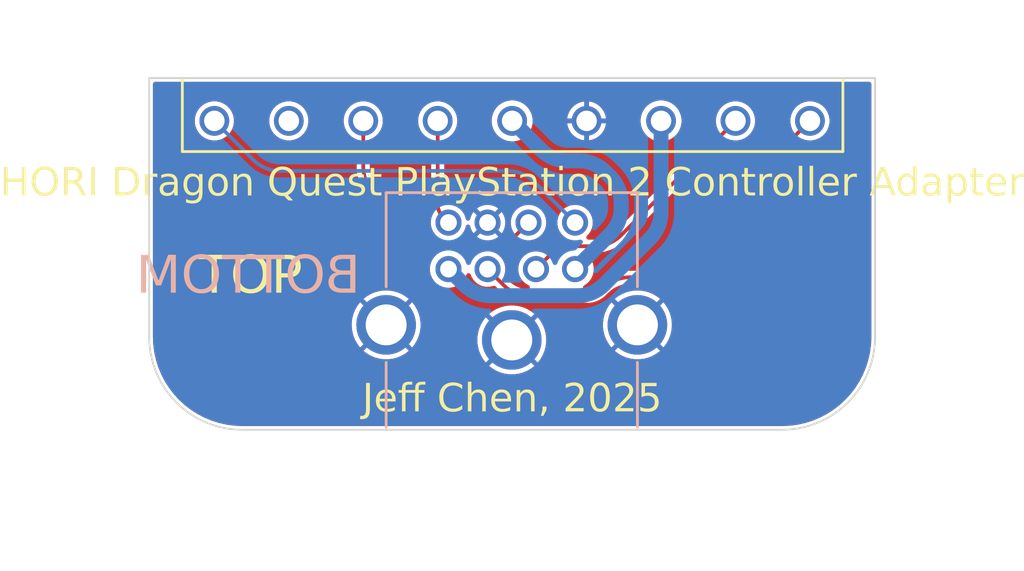
<source format=kicad_pcb>
(kicad_pcb (version 20241229) (generator "pcbnew") (generator_version "9.0")
  (title_block (title "Hori PS2 DQ Controller Mini DIN to PlayStation Plug Adapter") (date "2026-02-06") (rev "1.0") (company "Jeff Chen"))
  (layers (0 "F.Cu" signal) (2 "B.Cu" signal) (13 "F.Paste" user) (15 "B.Paste" user) (5 "F.SilkS" user "F.Silkscreen") (7 "B.SilkS" user "B.Silkscreen") (1 "F.Mask" user) (3 "B.Mask" user) (25 "Edge.Cuts" user))
  (net 0 "")
  (net 1 "GND")
  (net 3 "/Vcc")
  (net 4 "/ATT")
  (net 5 "/ACK")
  (net 6 "/DAT")
  (net 7 "/CMD")
  (net 8 "/7V6")
  (net 9 "/CLK")
  (footprint "DQ PS2 Controller Adapter:PSXController" (layer "F.Cu") (at 134.67 89.28)
    (property "Reference" "P1" (hide yes))
    (property "Value" "PSXConnector")
    (fp_line (start -1.72 -1.57) (end -1.72 2.3) (stroke (width 0.15)) (layer "F.SilkS"))
    (fp_line (start -1.72 2.3) (end 33.77 2.3) (stroke (width 0.15)) (layer "F.SilkS"))
    (fp_line (start 33.77 2.3) (end 33.77 -1.57) (stroke (width 0.15)) (layer "F.SilkS"))
    (pad "1" thru_hole oval (at 32 0.65) (size 1.6 1.6) (drill oval 1.1) (layers "*.Cu" "*.Mask") (net 6 "/DAT"))
    (pad "2" thru_hole oval (at 28 0.65) (size 1.6 1.6) (drill oval 1.1) (layers "*.Cu" "*.Mask") (net 7 "/CMD"))
    (pad "3" thru_hole oval (at 24 0.65) (size 1.6 1.6) (drill oval 1.1) (layers "*.Cu" "*.Mask") (net 8 "/7V6"))
    (pad "4" thru_hole oval (at 20 0.65) (size 1.6 1.6) (drill oval 1.1) (layers "*.Cu" "*.Mask") (net 1 "GND"))
    (pad "5" thru_hole oval (at 16 0.65) (size 1.6 1.6) (drill oval 1.1) (layers "*.Cu" "*.Mask") (net 3 "/Vcc"))
    (pad "6" thru_hole oval (at 12 0.65) (size 1.6 1.6) (drill oval 1.1) (layers "*.Cu" "*.Mask") (net 4 "/ATT"))
    (pad "7" thru_hole oval (at 8 0.65) (size 1.6 1.6) (drill oval 1.1) (layers "*.Cu" "*.Mask") (net 9 "/CLK"))
    (pad "8" thru_hole oval (at 4 0.65) (size 1.6 1.6) (drill oval 1.1) (layers "*.Cu" "*.Mask"))
    (pad "9" thru_hole oval (at 0 0.65) (size 1.6 1.6) (drill oval 1.1) (layers "*.Cu" "*.Mask") (net 5 "/ACK"))
  )
  (footprint "DQ PS2 Controller Adapter:Mini DIN 8Pin THT" (layer "B.Cu") (at 150.65 106.4 180)
    (property "Reference" "J1" (hide yes))
    (property "Value" "Mini-DIN-8")
    (fp_line (start 6.75 12.61) (end 6.75 7.55) (stroke (width 0.15)) (layer "B.SilkS"))
    (fp_line (start 6.75 0) (end 6.75 3.48) (stroke (width 0.15)) (layer "B.SilkS"))
    (fp_line (start -6.75 12.61) (end -6.75 7.55) (stroke (width 0.15)) (layer "B.SilkS"))
    (fp_line (start -6.75 0) (end -6.75 3.48) (stroke (width 0.15)) (layer "B.SilkS"))
    (fp_line (start -6.84 12.61) (end 6.75 12.61) (stroke (width 0.15)) (layer "B.SilkS"))
    (pad "0" thru_hole circle (at -6.75 5.5 180) (size 3.2 3.2) (drill 2.2) (layers "*.Cu" "*.Mask") (net 1 "GND"))
    (pad "0" thru_hole circle (at 0 4.69 180) (size 3.2 3.2) (drill 2.2) (layers "*.Cu" "*.Mask") (net 1 "GND"))
    (pad "0" thru_hole circle (at 6.75 5.5 180) (size 3.2 3.2) (drill 2.2) (layers "*.Cu" "*.Mask") (net 1 "GND"))
    (pad "1" thru_hole circle (at 1.3 8.5 180) (size 1.4 1.4) (drill 0.9) (layers "*.Cu" "*.Mask") (net 6 "/DAT"))
    (pad "2" thru_hole circle (at -1.3 8.5 180) (size 1.4 1.4) (drill 0.9) (layers "*.Cu" "*.Mask") (net 7 "/CMD"))
    (pad "3" thru_hole circle (at 3.4 8.5 180) (size 1.4 1.4) (drill 0.9) (layers "*.Cu" "*.Mask") (net 8 "/7V6"))
    (pad "4" thru_hole circle (at 1.3 11 180) (size 1.4 1.4) (drill 0.9) (layers "*.Cu" "*.Mask") (net 1 "GND"))
    (pad "5" thru_hole circle (at -3.4 8.5 180) (size 1.4 1.4) (drill 0.9) (layers "*.Cu" "*.Mask") (net 3 "/Vcc"))
    (pad "6" thru_hole circle (at 3.4 11 180) (size 1.4 1.4) (drill 0.9) (layers "*.Cu" "*.Mask") (net 4 "/ATT"))
    (pad "7" thru_hole circle (at -0.9 11 180) (size 1.4 1.4) (drill 0.9) (layers "*.Cu" "*.Mask") (net 9 "/CLK"))
    (pad "8" thru_hole circle (at -3.4 11 180) (size 1.4 1.4) (drill 0.9) (layers "*.Cu" "*.Mask") (net 5 "/ACK"))
  )
  (gr_arc (start 170.17 101.539593) (mid 168.705534 105.075127) (end 165.169999 106.539593) (stroke (width 0.1)) (layer "Edge.Cuts"))
  (gr_line (start 170.17 101.539593) (end 170.17 87.63) (stroke (width 0.1)) (layer "Edge.Cuts"))
  (gr_arc (start 136.17 106.539593) (mid 132.634466 105.075127) (end 131.17 101.539593) (stroke (width 0.1)) (layer "Edge.Cuts"))
  (gr_line (start 136.17 106.539593) (end 165.169999 106.539593) (stroke (width 0.1)) (layer "Edge.Cuts"))
  (gr_line (start 131.17 87.63) (end 131.17 101.539593) (stroke (width 0.1)) (layer "Edge.Cuts"))
  (gr_line (start 170.17 87.63) (end 131.17 87.63) (stroke (width 0.1)) (layer "Edge.Cuts"))
  (gr_text "Jeff Chen, 2025" (at 150.67 104.05 0) (layer "F.SilkS") (effects (font (size 1.5 1.5) (thickness 0.152)) (justify top)))
  (gr_text "HORI Dragon Quest PlayStation 2 Controller Adapter" (at 150.67 92.44 0) (layer "F.SilkS") (effects (font (size 1.5 1.5) (thickness 0.152)) (justify top)))
  (gr_text "TOP" (at 136.61 98.34 0) (layer "F.SilkS") (effects (font (size 2 2) (thickness 0.152))))
  (gr_text "BOTTOM" (at 136.49 98.34 0) (layer "B.SilkS") (effects (font (size 2 2) (thickness 0.152)) (justify mirror)))
  (segment (start 155.944213 96.005787) (end 154.05 97.9) (width 0.8) (layer "B.Cu") (net 3))
  (segment (start 155.675787 92.665787) (end 155.944214 92.934214) (width 0.8) (layer "B.Cu") (net 3))
  (segment (start 156.53 94.348427) (end 156.53 94.591573) (width 0.8) (layer "B.Cu") (net 3))
  (segment (start 153.648427 92.08) (end 154.261573 92.08) (width 0.8) (layer "B.Cu") (net 3))
  (segment (start 150.67 89.93) (end 152.234214 91.494214) (width 0.8) (layer "B.Cu") (net 3))
  (arc (start 156.53 94.591573) (mid 156.377759 95.35694) (end 155.944213 96.005787) (width 0.8) (layer "B.Cu") (net 3))
  (arc (start 154.261573 92.08) (mid 155.02694 92.232241) (end 155.675787 92.665787) (width 0.8) (layer "B.Cu") (net 3))
  (arc (start 156.53 94.348427) (mid 156.377759 93.58306) (end 155.944214 92.934214) (width 0.8) (layer "B.Cu") (net 3))
  (arc (start 153.648427 92.08) (mid 152.88306 91.927759) (end 152.234214 91.494214) (width 0.8) (layer "B.Cu") (net 3))
  (segment (start 146.962893 95.112893) (end 147.25 95.4) (width 0.2) (layer "F.Cu") (net 4))
  (segment (start 146.67 89.93) (end 146.67 94.405786) (width 0.2) (layer "F.Cu") (net 4))
  (arc (start 146.962893 95.112893) (mid 146.74612 94.78847) (end 146.67 94.405786) (width 0.2) (layer "F.Cu") (net 4))
  (segment (start 138.188427 92.62) (end 150.441573 92.62) (width 0.2) (layer "B.Cu") (net 5))
  (segment (start 151.855787 93.205787) (end 154.05 95.4) (width 0.2) (layer "B.Cu") (net 5))
  (segment (start 134.67 89.93) (end 136.774214 92.034214) (width 0.2) (layer "B.Cu") (net 5))
  (arc (start 151.855787 93.205787) (mid 151.20694 92.772241) (end 150.441573 92.62) (width 0.2) (layer "B.Cu") (net 5))
  (arc (start 136.774214 92.034214) (mid 137.42306 92.467759) (end 138.188427 92.62) (width 0.2) (layer "B.Cu") (net 5))
  (segment (start 155.432893 99.067107) (end 155.574214 98.925786) (width 0.2) (layer "F.Cu") (net 6))
  (segment (start 151.638427 99.36) (end 154.725786 99.36) (width 0.2) (layer "F.Cu") (net 6))
  (segment (start 158.845787 97.754213) (end 166.67 89.93) (width 0.2) (layer "F.Cu") (net 6))
  (segment (start 149.35 97.9) (end 150.224214 98.774214) (width 0.2) (layer "F.Cu") (net 6))
  (segment (start 156.988427 98.34) (end 157.431573 98.34) (width 0.2) (layer "F.Cu") (net 6))
  (arc (start 156.988427 98.34) (mid 156.22306 98.492241) (end 155.574214 98.925786) (width 0.2) (layer "F.Cu") (net 6))
  (arc (start 155.432893 99.067107) (mid 155.10847 99.28388) (end 154.725786 99.36) (width 0.2) (layer "F.Cu") (net 6))
  (arc (start 150.224214 98.774214) (mid 150.87306 99.207759) (end 151.638427 99.36) (width 0.2) (layer "F.Cu") (net 6))
  (arc (start 157.431573 98.34) (mid 158.19694 98.187759) (end 158.845787 97.754213) (width 0.2) (layer "F.Cu") (net 6))
  (segment (start 155.101573 96.67) (end 154.008427 96.67) (width 0.2) (layer "F.Cu") (net 7))
  (segment (start 162.67 89.93) (end 156.515786 96.084214) (width 0.2) (layer "F.Cu") (net 7))
  (segment (start 152.594213 97.255787) (end 151.95 97.9) (width 0.2) (layer "F.Cu") (net 7))
  (arc (start 156.515786 96.084214) (mid 155.86694 96.517759) (end 155.101573 96.67) (width 0.2) (layer "F.Cu") (net 7))
  (arc (start 152.594213 97.255787) (mid 153.24306 96.822241) (end 154.008427 96.67) (width 0.2) (layer "F.Cu") (net 7))
  (segment (start 154.181573 99.33) (end 149.508427 99.33) (width 0.8) (layer "B.Cu") (net 8))
  (segment (start 148.094213 98.744213) (end 147.25 97.9) (width 0.8) (layer "B.Cu") (net 8))
  (segment (start 158.084213 96.255787) (end 155.595786 98.744214) (width 0.8) (layer "B.Cu") (net 8))
  (segment (start 158.67 89.93) (end 158.67 94.841573) (width 0.8) (layer "B.Cu") (net 8))
  (arc (start 154.181573 99.33) (mid 154.94694 99.177759) (end 155.595786 98.744214) (width 0.8) (layer "B.Cu") (net 8))
  (arc (start 158.67 94.841573) (mid 158.517759 95.60694) (end 158.084213 96.255787) (width 0.8) (layer "B.Cu") (net 8))
  (arc (start 148.094213 98.744213) (mid 148.74306 99.177759) (end 149.508427 99.33) (width 0.8) (layer "B.Cu") (net 8))
  (segment (start 146.928427 96.64) (end 149.481573 96.64) (width 0.2) (layer "F.Cu") (net 9))
  (segment (start 142.67 89.93) (end 142.67 92.381573) (width 0.2) (layer "F.Cu") (net 9))
  (segment (start 143.255787 93.795787) (end 145.514214 96.054214) (width 0.2) (layer "F.Cu") (net 9))
  (segment (start 150.895787 96.054213) (end 151.55 95.4) (width 0.2) (layer "F.Cu") (net 9))
  (arc (start 143.255787 93.795787) (mid 142.822241 93.14694) (end 142.67 92.381573) (width 0.2) (layer "F.Cu") (net 9))
  (arc (start 146.928427 96.64) (mid 146.16306 96.487759) (end 145.514214 96.054214) (width 0.2) (layer "F.Cu") (net 9))
  (arc (start 149.481573 96.64) (mid 150.24694 96.487759) (end 150.895787 96.054213) (width 0.2) (layer "F.Cu") (net 9))
  (zone (net 1) (net_name "GND") (layers "F.Cu" "B.Cu") (connect_pads (clearance 0.25)) (min_thickness 0.25) (fill yes (thermal_gap 0.25) (thermal_bridge_width 0.25))
    (polygon (pts (xy 127.14 83.43) (xy 175.17 83.43) (xy 175.17 114.16) (xy 127.14 114.16)))
  )
)
</source>
